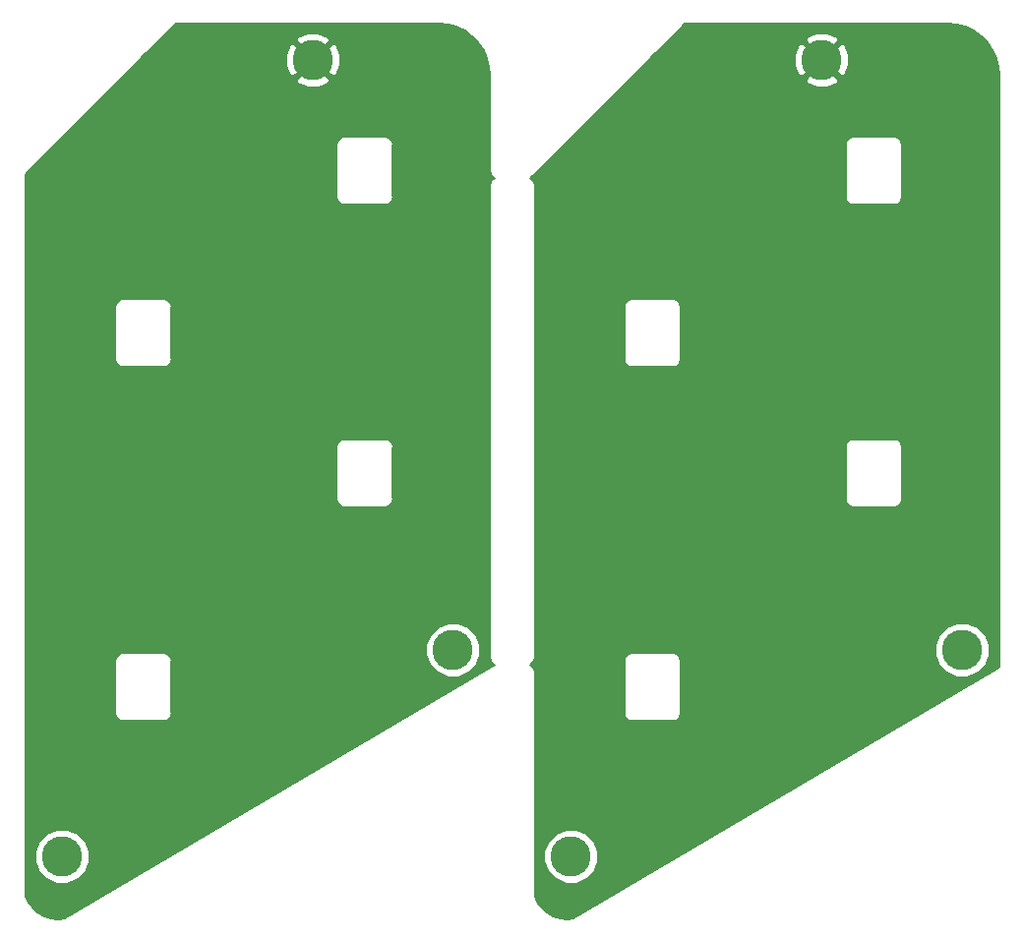
<source format=gtl>
G04 #@! TF.GenerationSoftware,KiCad,Pcbnew,5.0.2-bee76a0~70~ubuntu18.04.1*
G04 #@! TF.CreationDate,2019-07-24T01:50:04+09:00*
G04 #@! TF.ProjectId,shieldR,73686965-6c64-4522-9e6b-696361645f70,rev?*
G04 #@! TF.SameCoordinates,Original*
G04 #@! TF.FileFunction,Copper,L1,Top*
G04 #@! TF.FilePolarity,Positive*
%FSLAX46Y46*%
G04 Gerber Fmt 4.6, Leading zero omitted, Abs format (unit mm)*
G04 Created by KiCad (PCBNEW 5.0.2-bee76a0~70~ubuntu18.04.1) date 2019年07月24日 01時50分04秒*
%MOMM*%
%LPD*%
G01*
G04 APERTURE LIST*
G04 #@! TA.AperFunction,ComponentPad*
%ADD10C,3.470000*%
G04 #@! TD*
G04 #@! TA.AperFunction,ViaPad*
%ADD11C,0.800000*%
G04 #@! TD*
G04 #@! TA.AperFunction,Conductor*
%ADD12C,0.254000*%
G04 #@! TD*
G04 APERTURE END LIST*
D10*
G04 #@! TO.P,J4,1*
G04 #@! TO.N,VCC*
X103505000Y-93345000D03*
G04 #@! TD*
G04 #@! TO.P,J5,1*
G04 #@! TO.N,GND*
X125095000Y-24765000D03*
G04 #@! TD*
G04 #@! TO.P,J3,1*
G04 #@! TO.N,LED*
X137160000Y-75565000D03*
G04 #@! TD*
G04 #@! TO.P,J4,1*
G04 #@! TO.N,VCC*
X59690000Y-93345000D03*
G04 #@! TD*
G04 #@! TO.P,J5,1*
G04 #@! TO.N,GND*
X81280000Y-24765000D03*
G04 #@! TD*
G04 #@! TO.P,J3,1*
G04 #@! TO.N,LED*
X93345000Y-75565000D03*
G04 #@! TD*
D11*
G04 #@! TO.N,GND*
X68580000Y-62230000D03*
X112395000Y-62230000D03*
G04 #@! TD*
D12*
G04 #@! TO.N,GND*
G36*
X136663358Y-21736842D02*
X137412277Y-21941723D01*
X138113072Y-22275986D01*
X138743605Y-22729069D01*
X139283934Y-23286645D01*
X139716989Y-23931099D01*
X140029073Y-24642044D01*
X140211640Y-25402493D01*
X140260000Y-26061031D01*
X140260001Y-77064200D01*
X103657948Y-98624315D01*
X103133456Y-98680318D01*
X102530291Y-98617931D01*
X101953275Y-98431502D01*
X101427632Y-98129179D01*
X100976326Y-97724171D01*
X100618466Y-97233327D01*
X100405000Y-96759777D01*
X100405000Y-92873578D01*
X101135000Y-92873578D01*
X101135000Y-93816422D01*
X101495811Y-94687497D01*
X102162503Y-95354189D01*
X103033578Y-95715000D01*
X103976422Y-95715000D01*
X104847497Y-95354189D01*
X105514189Y-94687497D01*
X105875000Y-93816422D01*
X105875000Y-92873578D01*
X105514189Y-92002503D01*
X104847497Y-91335811D01*
X103976422Y-90975000D01*
X103033578Y-90975000D01*
X102162503Y-91335811D01*
X101495811Y-92002503D01*
X101135000Y-92873578D01*
X100405000Y-92873578D01*
X100405000Y-77539926D01*
X100418909Y-77470000D01*
X100398870Y-77369254D01*
X100363805Y-77192972D01*
X100206881Y-76958119D01*
X100022621Y-76835000D01*
X100206881Y-76711881D01*
X100355137Y-76490000D01*
X108016091Y-76490000D01*
X108030000Y-76559926D01*
X108030001Y-80920069D01*
X108016091Y-80990000D01*
X108071195Y-81267028D01*
X108228119Y-81501881D01*
X108462972Y-81658805D01*
X108670074Y-81700000D01*
X108670075Y-81700000D01*
X108740000Y-81713909D01*
X108809926Y-81700000D01*
X112170075Y-81700000D01*
X112240000Y-81713909D01*
X112517028Y-81658805D01*
X112751881Y-81501881D01*
X112908805Y-81267028D01*
X112950000Y-81059926D01*
X112963909Y-80990000D01*
X112950000Y-80920074D01*
X112950000Y-76559926D01*
X112963909Y-76490000D01*
X112908805Y-76212972D01*
X112751881Y-75978119D01*
X112517028Y-75821195D01*
X112309926Y-75780000D01*
X112309925Y-75780000D01*
X112240000Y-75766091D01*
X112170074Y-75780000D01*
X108809925Y-75780000D01*
X108740000Y-75766091D01*
X108670074Y-75780000D01*
X108462972Y-75821195D01*
X108228119Y-75978119D01*
X108071195Y-76212972D01*
X108016091Y-76490000D01*
X100355137Y-76490000D01*
X100363805Y-76477028D01*
X100418909Y-76200000D01*
X100405000Y-76130074D01*
X100405000Y-75093578D01*
X134790000Y-75093578D01*
X134790000Y-76036422D01*
X135150811Y-76907497D01*
X135817503Y-77574189D01*
X136688578Y-77935000D01*
X137631422Y-77935000D01*
X138502497Y-77574189D01*
X139169189Y-76907497D01*
X139530000Y-76036422D01*
X139530000Y-75093578D01*
X139169189Y-74222503D01*
X138502497Y-73555811D01*
X137631422Y-73195000D01*
X136688578Y-73195000D01*
X135817503Y-73555811D01*
X135150811Y-74222503D01*
X134790000Y-75093578D01*
X100405000Y-75093578D01*
X100405000Y-58075000D01*
X127066091Y-58075000D01*
X127080000Y-58144926D01*
X127080001Y-62505069D01*
X127066091Y-62575000D01*
X127121195Y-62852028D01*
X127278119Y-63086881D01*
X127512972Y-63243805D01*
X127720074Y-63285000D01*
X127720075Y-63285000D01*
X127790000Y-63298909D01*
X127859926Y-63285000D01*
X131220075Y-63285000D01*
X131290000Y-63298909D01*
X131567028Y-63243805D01*
X131801881Y-63086881D01*
X131958805Y-62852028D01*
X132000000Y-62644926D01*
X132013909Y-62575000D01*
X132000000Y-62505074D01*
X132000000Y-58144926D01*
X132013909Y-58075000D01*
X131958805Y-57797972D01*
X131801881Y-57563119D01*
X131567028Y-57406195D01*
X131359926Y-57365000D01*
X131359925Y-57365000D01*
X131290000Y-57351091D01*
X131220074Y-57365000D01*
X127859925Y-57365000D01*
X127790000Y-57351091D01*
X127720074Y-57365000D01*
X127512972Y-57406195D01*
X127278119Y-57563119D01*
X127121195Y-57797972D01*
X127066091Y-58075000D01*
X100405000Y-58075000D01*
X100405000Y-46010000D01*
X108016091Y-46010000D01*
X108030000Y-46079926D01*
X108030001Y-50440069D01*
X108016091Y-50510000D01*
X108071195Y-50787028D01*
X108228119Y-51021881D01*
X108462972Y-51178805D01*
X108670074Y-51220000D01*
X108670075Y-51220000D01*
X108740000Y-51233909D01*
X108809926Y-51220000D01*
X112170075Y-51220000D01*
X112240000Y-51233909D01*
X112517028Y-51178805D01*
X112751881Y-51021881D01*
X112908805Y-50787028D01*
X112950000Y-50579926D01*
X112963909Y-50510000D01*
X112950000Y-50440074D01*
X112950000Y-46079926D01*
X112963909Y-46010000D01*
X112908805Y-45732972D01*
X112751881Y-45498119D01*
X112517028Y-45341195D01*
X112309926Y-45300000D01*
X112309925Y-45300000D01*
X112240000Y-45286091D01*
X112170074Y-45300000D01*
X108809925Y-45300000D01*
X108740000Y-45286091D01*
X108670074Y-45300000D01*
X108462972Y-45341195D01*
X108228119Y-45498119D01*
X108071195Y-45732972D01*
X108016091Y-46010000D01*
X100405000Y-46010000D01*
X100405000Y-35629926D01*
X100418909Y-35560000D01*
X100363805Y-35282972D01*
X100206881Y-35048119D01*
X100022621Y-34925000D01*
X100206881Y-34801881D01*
X100246494Y-34742596D01*
X102949090Y-32040000D01*
X127066091Y-32040000D01*
X127080000Y-32109926D01*
X127080001Y-36470069D01*
X127066091Y-36540000D01*
X127121195Y-36817028D01*
X127278119Y-37051881D01*
X127512972Y-37208805D01*
X127720074Y-37250000D01*
X127720075Y-37250000D01*
X127790000Y-37263909D01*
X127859926Y-37250000D01*
X131220075Y-37250000D01*
X131290000Y-37263909D01*
X131567028Y-37208805D01*
X131801881Y-37051881D01*
X131958805Y-36817028D01*
X132000000Y-36609926D01*
X132013909Y-36540000D01*
X132000000Y-36470074D01*
X132000000Y-32109926D01*
X132013909Y-32040000D01*
X131958805Y-31762972D01*
X131801881Y-31528119D01*
X131567028Y-31371195D01*
X131359926Y-31330000D01*
X131359925Y-31330000D01*
X131290000Y-31316091D01*
X131220074Y-31330000D01*
X127859925Y-31330000D01*
X127790000Y-31316091D01*
X127720074Y-31330000D01*
X127512972Y-31371195D01*
X127278119Y-31528119D01*
X127121195Y-31762972D01*
X127066091Y-32040000D01*
X102949090Y-32040000D01*
X108540394Y-26448696D01*
X123590909Y-26448696D01*
X123779366Y-26791881D01*
X124655166Y-27141065D01*
X125597927Y-27128514D01*
X126410634Y-26791881D01*
X126599091Y-26448696D01*
X125095000Y-24944605D01*
X123590909Y-26448696D01*
X108540394Y-26448696D01*
X110663925Y-24325166D01*
X122718935Y-24325166D01*
X122731486Y-25267927D01*
X123068119Y-26080634D01*
X123411304Y-26269091D01*
X124915395Y-24765000D01*
X125274605Y-24765000D01*
X126778696Y-26269091D01*
X127121881Y-26080634D01*
X127471065Y-25204834D01*
X127458514Y-24262073D01*
X127121881Y-23449366D01*
X126778696Y-23260909D01*
X125274605Y-24765000D01*
X124915395Y-24765000D01*
X123411304Y-23260909D01*
X123068119Y-23449366D01*
X122718935Y-24325166D01*
X110663925Y-24325166D01*
X111907787Y-23081304D01*
X123590909Y-23081304D01*
X125095000Y-24585395D01*
X126599091Y-23081304D01*
X126410634Y-22738119D01*
X125534834Y-22388935D01*
X124592073Y-22401486D01*
X123779366Y-22738119D01*
X123590909Y-23081304D01*
X111907787Y-23081304D01*
X113324092Y-21665000D01*
X135858382Y-21665000D01*
X136663358Y-21736842D01*
X136663358Y-21736842D01*
G37*
X136663358Y-21736842D02*
X137412277Y-21941723D01*
X138113072Y-22275986D01*
X138743605Y-22729069D01*
X139283934Y-23286645D01*
X139716989Y-23931099D01*
X140029073Y-24642044D01*
X140211640Y-25402493D01*
X140260000Y-26061031D01*
X140260001Y-77064200D01*
X103657948Y-98624315D01*
X103133456Y-98680318D01*
X102530291Y-98617931D01*
X101953275Y-98431502D01*
X101427632Y-98129179D01*
X100976326Y-97724171D01*
X100618466Y-97233327D01*
X100405000Y-96759777D01*
X100405000Y-92873578D01*
X101135000Y-92873578D01*
X101135000Y-93816422D01*
X101495811Y-94687497D01*
X102162503Y-95354189D01*
X103033578Y-95715000D01*
X103976422Y-95715000D01*
X104847497Y-95354189D01*
X105514189Y-94687497D01*
X105875000Y-93816422D01*
X105875000Y-92873578D01*
X105514189Y-92002503D01*
X104847497Y-91335811D01*
X103976422Y-90975000D01*
X103033578Y-90975000D01*
X102162503Y-91335811D01*
X101495811Y-92002503D01*
X101135000Y-92873578D01*
X100405000Y-92873578D01*
X100405000Y-77539926D01*
X100418909Y-77470000D01*
X100398870Y-77369254D01*
X100363805Y-77192972D01*
X100206881Y-76958119D01*
X100022621Y-76835000D01*
X100206881Y-76711881D01*
X100355137Y-76490000D01*
X108016091Y-76490000D01*
X108030000Y-76559926D01*
X108030001Y-80920069D01*
X108016091Y-80990000D01*
X108071195Y-81267028D01*
X108228119Y-81501881D01*
X108462972Y-81658805D01*
X108670074Y-81700000D01*
X108670075Y-81700000D01*
X108740000Y-81713909D01*
X108809926Y-81700000D01*
X112170075Y-81700000D01*
X112240000Y-81713909D01*
X112517028Y-81658805D01*
X112751881Y-81501881D01*
X112908805Y-81267028D01*
X112950000Y-81059926D01*
X112963909Y-80990000D01*
X112950000Y-80920074D01*
X112950000Y-76559926D01*
X112963909Y-76490000D01*
X112908805Y-76212972D01*
X112751881Y-75978119D01*
X112517028Y-75821195D01*
X112309926Y-75780000D01*
X112309925Y-75780000D01*
X112240000Y-75766091D01*
X112170074Y-75780000D01*
X108809925Y-75780000D01*
X108740000Y-75766091D01*
X108670074Y-75780000D01*
X108462972Y-75821195D01*
X108228119Y-75978119D01*
X108071195Y-76212972D01*
X108016091Y-76490000D01*
X100355137Y-76490000D01*
X100363805Y-76477028D01*
X100418909Y-76200000D01*
X100405000Y-76130074D01*
X100405000Y-75093578D01*
X134790000Y-75093578D01*
X134790000Y-76036422D01*
X135150811Y-76907497D01*
X135817503Y-77574189D01*
X136688578Y-77935000D01*
X137631422Y-77935000D01*
X138502497Y-77574189D01*
X139169189Y-76907497D01*
X139530000Y-76036422D01*
X139530000Y-75093578D01*
X139169189Y-74222503D01*
X138502497Y-73555811D01*
X137631422Y-73195000D01*
X136688578Y-73195000D01*
X135817503Y-73555811D01*
X135150811Y-74222503D01*
X134790000Y-75093578D01*
X100405000Y-75093578D01*
X100405000Y-58075000D01*
X127066091Y-58075000D01*
X127080000Y-58144926D01*
X127080001Y-62505069D01*
X127066091Y-62575000D01*
X127121195Y-62852028D01*
X127278119Y-63086881D01*
X127512972Y-63243805D01*
X127720074Y-63285000D01*
X127720075Y-63285000D01*
X127790000Y-63298909D01*
X127859926Y-63285000D01*
X131220075Y-63285000D01*
X131290000Y-63298909D01*
X131567028Y-63243805D01*
X131801881Y-63086881D01*
X131958805Y-62852028D01*
X132000000Y-62644926D01*
X132013909Y-62575000D01*
X132000000Y-62505074D01*
X132000000Y-58144926D01*
X132013909Y-58075000D01*
X131958805Y-57797972D01*
X131801881Y-57563119D01*
X131567028Y-57406195D01*
X131359926Y-57365000D01*
X131359925Y-57365000D01*
X131290000Y-57351091D01*
X131220074Y-57365000D01*
X127859925Y-57365000D01*
X127790000Y-57351091D01*
X127720074Y-57365000D01*
X127512972Y-57406195D01*
X127278119Y-57563119D01*
X127121195Y-57797972D01*
X127066091Y-58075000D01*
X100405000Y-58075000D01*
X100405000Y-46010000D01*
X108016091Y-46010000D01*
X108030000Y-46079926D01*
X108030001Y-50440069D01*
X108016091Y-50510000D01*
X108071195Y-50787028D01*
X108228119Y-51021881D01*
X108462972Y-51178805D01*
X108670074Y-51220000D01*
X108670075Y-51220000D01*
X108740000Y-51233909D01*
X108809926Y-51220000D01*
X112170075Y-51220000D01*
X112240000Y-51233909D01*
X112517028Y-51178805D01*
X112751881Y-51021881D01*
X112908805Y-50787028D01*
X112950000Y-50579926D01*
X112963909Y-50510000D01*
X112950000Y-50440074D01*
X112950000Y-46079926D01*
X112963909Y-46010000D01*
X112908805Y-45732972D01*
X112751881Y-45498119D01*
X112517028Y-45341195D01*
X112309926Y-45300000D01*
X112309925Y-45300000D01*
X112240000Y-45286091D01*
X112170074Y-45300000D01*
X108809925Y-45300000D01*
X108740000Y-45286091D01*
X108670074Y-45300000D01*
X108462972Y-45341195D01*
X108228119Y-45498119D01*
X108071195Y-45732972D01*
X108016091Y-46010000D01*
X100405000Y-46010000D01*
X100405000Y-35629926D01*
X100418909Y-35560000D01*
X100363805Y-35282972D01*
X100206881Y-35048119D01*
X100022621Y-34925000D01*
X100206881Y-34801881D01*
X100246494Y-34742596D01*
X102949090Y-32040000D01*
X127066091Y-32040000D01*
X127080000Y-32109926D01*
X127080001Y-36470069D01*
X127066091Y-36540000D01*
X127121195Y-36817028D01*
X127278119Y-37051881D01*
X127512972Y-37208805D01*
X127720074Y-37250000D01*
X127720075Y-37250000D01*
X127790000Y-37263909D01*
X127859926Y-37250000D01*
X131220075Y-37250000D01*
X131290000Y-37263909D01*
X131567028Y-37208805D01*
X131801881Y-37051881D01*
X131958805Y-36817028D01*
X132000000Y-36609926D01*
X132013909Y-36540000D01*
X132000000Y-36470074D01*
X132000000Y-32109926D01*
X132013909Y-32040000D01*
X131958805Y-31762972D01*
X131801881Y-31528119D01*
X131567028Y-31371195D01*
X131359926Y-31330000D01*
X131359925Y-31330000D01*
X131290000Y-31316091D01*
X131220074Y-31330000D01*
X127859925Y-31330000D01*
X127790000Y-31316091D01*
X127720074Y-31330000D01*
X127512972Y-31371195D01*
X127278119Y-31528119D01*
X127121195Y-31762972D01*
X127066091Y-32040000D01*
X102949090Y-32040000D01*
X108540394Y-26448696D01*
X123590909Y-26448696D01*
X123779366Y-26791881D01*
X124655166Y-27141065D01*
X125597927Y-27128514D01*
X126410634Y-26791881D01*
X126599091Y-26448696D01*
X125095000Y-24944605D01*
X123590909Y-26448696D01*
X108540394Y-26448696D01*
X110663925Y-24325166D01*
X122718935Y-24325166D01*
X122731486Y-25267927D01*
X123068119Y-26080634D01*
X123411304Y-26269091D01*
X124915395Y-24765000D01*
X125274605Y-24765000D01*
X126778696Y-26269091D01*
X127121881Y-26080634D01*
X127471065Y-25204834D01*
X127458514Y-24262073D01*
X127121881Y-23449366D01*
X126778696Y-23260909D01*
X125274605Y-24765000D01*
X124915395Y-24765000D01*
X123411304Y-23260909D01*
X123068119Y-23449366D01*
X122718935Y-24325166D01*
X110663925Y-24325166D01*
X111907787Y-23081304D01*
X123590909Y-23081304D01*
X125095000Y-24585395D01*
X126599091Y-23081304D01*
X126410634Y-22738119D01*
X125534834Y-22388935D01*
X124592073Y-22401486D01*
X123779366Y-22738119D01*
X123590909Y-23081304D01*
X111907787Y-23081304D01*
X113324092Y-21665000D01*
X135858382Y-21665000D01*
X136663358Y-21736842D01*
G36*
X92848358Y-21736842D02*
X93597277Y-21941723D01*
X94298072Y-22275986D01*
X94928605Y-22729069D01*
X95468934Y-23286645D01*
X95901989Y-23931099D01*
X96214073Y-24642044D01*
X96396640Y-25402493D01*
X96445000Y-26061031D01*
X96445001Y-34220069D01*
X96431091Y-34290000D01*
X96486195Y-34567028D01*
X96643119Y-34801881D01*
X96827379Y-34925000D01*
X96643119Y-35048119D01*
X96486195Y-35282972D01*
X96431091Y-35560000D01*
X96445000Y-35629926D01*
X96445001Y-76130069D01*
X96431091Y-76200000D01*
X96486195Y-76477028D01*
X96643119Y-76711881D01*
X96827379Y-76835000D01*
X96777292Y-76868467D01*
X59842948Y-98624315D01*
X59318456Y-98680318D01*
X58715291Y-98617931D01*
X58138275Y-98431502D01*
X57612632Y-98129179D01*
X57161326Y-97724171D01*
X56803466Y-97233327D01*
X56590000Y-96759777D01*
X56590000Y-92873578D01*
X57320000Y-92873578D01*
X57320000Y-93816422D01*
X57680811Y-94687497D01*
X58347503Y-95354189D01*
X59218578Y-95715000D01*
X60161422Y-95715000D01*
X61032497Y-95354189D01*
X61699189Y-94687497D01*
X62060000Y-93816422D01*
X62060000Y-92873578D01*
X61699189Y-92002503D01*
X61032497Y-91335811D01*
X60161422Y-90975000D01*
X59218578Y-90975000D01*
X58347503Y-91335811D01*
X57680811Y-92002503D01*
X57320000Y-92873578D01*
X56590000Y-92873578D01*
X56590000Y-76490000D01*
X64201091Y-76490000D01*
X64215000Y-76559926D01*
X64215001Y-80920069D01*
X64201091Y-80990000D01*
X64256195Y-81267028D01*
X64413119Y-81501881D01*
X64647972Y-81658805D01*
X64855074Y-81700000D01*
X64855075Y-81700000D01*
X64925000Y-81713909D01*
X64994926Y-81700000D01*
X68355075Y-81700000D01*
X68425000Y-81713909D01*
X68702028Y-81658805D01*
X68936881Y-81501881D01*
X69093805Y-81267028D01*
X69135000Y-81059926D01*
X69148909Y-80990000D01*
X69135000Y-80920074D01*
X69135000Y-76559926D01*
X69148909Y-76490000D01*
X69093805Y-76212972D01*
X68936881Y-75978119D01*
X68702028Y-75821195D01*
X68494926Y-75780000D01*
X68494925Y-75780000D01*
X68425000Y-75766091D01*
X68355074Y-75780000D01*
X64994925Y-75780000D01*
X64925000Y-75766091D01*
X64855074Y-75780000D01*
X64647972Y-75821195D01*
X64413119Y-75978119D01*
X64256195Y-76212972D01*
X64201091Y-76490000D01*
X56590000Y-76490000D01*
X56590000Y-75093578D01*
X90975000Y-75093578D01*
X90975000Y-76036422D01*
X91335811Y-76907497D01*
X92002503Y-77574189D01*
X92873578Y-77935000D01*
X93816422Y-77935000D01*
X94687497Y-77574189D01*
X95354189Y-76907497D01*
X95715000Y-76036422D01*
X95715000Y-75093578D01*
X95354189Y-74222503D01*
X94687497Y-73555811D01*
X93816422Y-73195000D01*
X92873578Y-73195000D01*
X92002503Y-73555811D01*
X91335811Y-74222503D01*
X90975000Y-75093578D01*
X56590000Y-75093578D01*
X56590000Y-58075000D01*
X83251091Y-58075000D01*
X83265000Y-58144926D01*
X83265001Y-62505069D01*
X83251091Y-62575000D01*
X83306195Y-62852028D01*
X83463119Y-63086881D01*
X83697972Y-63243805D01*
X83905074Y-63285000D01*
X83905075Y-63285000D01*
X83975000Y-63298909D01*
X84044926Y-63285000D01*
X87405075Y-63285000D01*
X87475000Y-63298909D01*
X87752028Y-63243805D01*
X87986881Y-63086881D01*
X88143805Y-62852028D01*
X88185000Y-62644926D01*
X88198909Y-62575000D01*
X88185000Y-62505074D01*
X88185000Y-58144926D01*
X88198909Y-58075000D01*
X88143805Y-57797972D01*
X87986881Y-57563119D01*
X87752028Y-57406195D01*
X87544926Y-57365000D01*
X87544925Y-57365000D01*
X87475000Y-57351091D01*
X87405074Y-57365000D01*
X84044925Y-57365000D01*
X83975000Y-57351091D01*
X83905074Y-57365000D01*
X83697972Y-57406195D01*
X83463119Y-57563119D01*
X83306195Y-57797972D01*
X83251091Y-58075000D01*
X56590000Y-58075000D01*
X56590000Y-46010000D01*
X64201091Y-46010000D01*
X64215000Y-46079926D01*
X64215001Y-50440069D01*
X64201091Y-50510000D01*
X64256195Y-50787028D01*
X64413119Y-51021881D01*
X64647972Y-51178805D01*
X64855074Y-51220000D01*
X64855075Y-51220000D01*
X64925000Y-51233909D01*
X64994926Y-51220000D01*
X68355075Y-51220000D01*
X68425000Y-51233909D01*
X68702028Y-51178805D01*
X68936881Y-51021881D01*
X69093805Y-50787028D01*
X69135000Y-50579926D01*
X69148909Y-50510000D01*
X69135000Y-50440074D01*
X69135000Y-46079926D01*
X69148909Y-46010000D01*
X69093805Y-45732972D01*
X68936881Y-45498119D01*
X68702028Y-45341195D01*
X68494926Y-45300000D01*
X68494925Y-45300000D01*
X68425000Y-45286091D01*
X68355074Y-45300000D01*
X64994925Y-45300000D01*
X64925000Y-45286091D01*
X64855074Y-45300000D01*
X64647972Y-45341195D01*
X64413119Y-45498119D01*
X64256195Y-45732972D01*
X64201091Y-46010000D01*
X56590000Y-46010000D01*
X56590000Y-34584090D01*
X59134090Y-32040000D01*
X83251091Y-32040000D01*
X83265000Y-32109926D01*
X83265001Y-36470069D01*
X83251091Y-36540000D01*
X83306195Y-36817028D01*
X83463119Y-37051881D01*
X83697972Y-37208805D01*
X83905074Y-37250000D01*
X83905075Y-37250000D01*
X83975000Y-37263909D01*
X84044926Y-37250000D01*
X87405075Y-37250000D01*
X87475000Y-37263909D01*
X87752028Y-37208805D01*
X87986881Y-37051881D01*
X88143805Y-36817028D01*
X88185000Y-36609926D01*
X88198909Y-36540000D01*
X88185000Y-36470074D01*
X88185000Y-32109926D01*
X88198909Y-32040000D01*
X88143805Y-31762972D01*
X87986881Y-31528119D01*
X87752028Y-31371195D01*
X87544926Y-31330000D01*
X87544925Y-31330000D01*
X87475000Y-31316091D01*
X87405074Y-31330000D01*
X84044925Y-31330000D01*
X83975000Y-31316091D01*
X83905074Y-31330000D01*
X83697972Y-31371195D01*
X83463119Y-31528119D01*
X83306195Y-31762972D01*
X83251091Y-32040000D01*
X59134090Y-32040000D01*
X64725394Y-26448696D01*
X79775909Y-26448696D01*
X79964366Y-26791881D01*
X80840166Y-27141065D01*
X81782927Y-27128514D01*
X82595634Y-26791881D01*
X82784091Y-26448696D01*
X81280000Y-24944605D01*
X79775909Y-26448696D01*
X64725394Y-26448696D01*
X66848925Y-24325166D01*
X78903935Y-24325166D01*
X78916486Y-25267927D01*
X79253119Y-26080634D01*
X79596304Y-26269091D01*
X81100395Y-24765000D01*
X81459605Y-24765000D01*
X82963696Y-26269091D01*
X83306881Y-26080634D01*
X83656065Y-25204834D01*
X83643514Y-24262073D01*
X83306881Y-23449366D01*
X82963696Y-23260909D01*
X81459605Y-24765000D01*
X81100395Y-24765000D01*
X79596304Y-23260909D01*
X79253119Y-23449366D01*
X78903935Y-24325166D01*
X66848925Y-24325166D01*
X68092787Y-23081304D01*
X79775909Y-23081304D01*
X81280000Y-24585395D01*
X82784091Y-23081304D01*
X82595634Y-22738119D01*
X81719834Y-22388935D01*
X80777073Y-22401486D01*
X79964366Y-22738119D01*
X79775909Y-23081304D01*
X68092787Y-23081304D01*
X69509092Y-21665000D01*
X92043382Y-21665000D01*
X92848358Y-21736842D01*
X92848358Y-21736842D01*
G37*
X92848358Y-21736842D02*
X93597277Y-21941723D01*
X94298072Y-22275986D01*
X94928605Y-22729069D01*
X95468934Y-23286645D01*
X95901989Y-23931099D01*
X96214073Y-24642044D01*
X96396640Y-25402493D01*
X96445000Y-26061031D01*
X96445001Y-34220069D01*
X96431091Y-34290000D01*
X96486195Y-34567028D01*
X96643119Y-34801881D01*
X96827379Y-34925000D01*
X96643119Y-35048119D01*
X96486195Y-35282972D01*
X96431091Y-35560000D01*
X96445000Y-35629926D01*
X96445001Y-76130069D01*
X96431091Y-76200000D01*
X96486195Y-76477028D01*
X96643119Y-76711881D01*
X96827379Y-76835000D01*
X96777292Y-76868467D01*
X59842948Y-98624315D01*
X59318456Y-98680318D01*
X58715291Y-98617931D01*
X58138275Y-98431502D01*
X57612632Y-98129179D01*
X57161326Y-97724171D01*
X56803466Y-97233327D01*
X56590000Y-96759777D01*
X56590000Y-92873578D01*
X57320000Y-92873578D01*
X57320000Y-93816422D01*
X57680811Y-94687497D01*
X58347503Y-95354189D01*
X59218578Y-95715000D01*
X60161422Y-95715000D01*
X61032497Y-95354189D01*
X61699189Y-94687497D01*
X62060000Y-93816422D01*
X62060000Y-92873578D01*
X61699189Y-92002503D01*
X61032497Y-91335811D01*
X60161422Y-90975000D01*
X59218578Y-90975000D01*
X58347503Y-91335811D01*
X57680811Y-92002503D01*
X57320000Y-92873578D01*
X56590000Y-92873578D01*
X56590000Y-76490000D01*
X64201091Y-76490000D01*
X64215000Y-76559926D01*
X64215001Y-80920069D01*
X64201091Y-80990000D01*
X64256195Y-81267028D01*
X64413119Y-81501881D01*
X64647972Y-81658805D01*
X64855074Y-81700000D01*
X64855075Y-81700000D01*
X64925000Y-81713909D01*
X64994926Y-81700000D01*
X68355075Y-81700000D01*
X68425000Y-81713909D01*
X68702028Y-81658805D01*
X68936881Y-81501881D01*
X69093805Y-81267028D01*
X69135000Y-81059926D01*
X69148909Y-80990000D01*
X69135000Y-80920074D01*
X69135000Y-76559926D01*
X69148909Y-76490000D01*
X69093805Y-76212972D01*
X68936881Y-75978119D01*
X68702028Y-75821195D01*
X68494926Y-75780000D01*
X68494925Y-75780000D01*
X68425000Y-75766091D01*
X68355074Y-75780000D01*
X64994925Y-75780000D01*
X64925000Y-75766091D01*
X64855074Y-75780000D01*
X64647972Y-75821195D01*
X64413119Y-75978119D01*
X64256195Y-76212972D01*
X64201091Y-76490000D01*
X56590000Y-76490000D01*
X56590000Y-75093578D01*
X90975000Y-75093578D01*
X90975000Y-76036422D01*
X91335811Y-76907497D01*
X92002503Y-77574189D01*
X92873578Y-77935000D01*
X93816422Y-77935000D01*
X94687497Y-77574189D01*
X95354189Y-76907497D01*
X95715000Y-76036422D01*
X95715000Y-75093578D01*
X95354189Y-74222503D01*
X94687497Y-73555811D01*
X93816422Y-73195000D01*
X92873578Y-73195000D01*
X92002503Y-73555811D01*
X91335811Y-74222503D01*
X90975000Y-75093578D01*
X56590000Y-75093578D01*
X56590000Y-58075000D01*
X83251091Y-58075000D01*
X83265000Y-58144926D01*
X83265001Y-62505069D01*
X83251091Y-62575000D01*
X83306195Y-62852028D01*
X83463119Y-63086881D01*
X83697972Y-63243805D01*
X83905074Y-63285000D01*
X83905075Y-63285000D01*
X83975000Y-63298909D01*
X84044926Y-63285000D01*
X87405075Y-63285000D01*
X87475000Y-63298909D01*
X87752028Y-63243805D01*
X87986881Y-63086881D01*
X88143805Y-62852028D01*
X88185000Y-62644926D01*
X88198909Y-62575000D01*
X88185000Y-62505074D01*
X88185000Y-58144926D01*
X88198909Y-58075000D01*
X88143805Y-57797972D01*
X87986881Y-57563119D01*
X87752028Y-57406195D01*
X87544926Y-57365000D01*
X87544925Y-57365000D01*
X87475000Y-57351091D01*
X87405074Y-57365000D01*
X84044925Y-57365000D01*
X83975000Y-57351091D01*
X83905074Y-57365000D01*
X83697972Y-57406195D01*
X83463119Y-57563119D01*
X83306195Y-57797972D01*
X83251091Y-58075000D01*
X56590000Y-58075000D01*
X56590000Y-46010000D01*
X64201091Y-46010000D01*
X64215000Y-46079926D01*
X64215001Y-50440069D01*
X64201091Y-50510000D01*
X64256195Y-50787028D01*
X64413119Y-51021881D01*
X64647972Y-51178805D01*
X64855074Y-51220000D01*
X64855075Y-51220000D01*
X64925000Y-51233909D01*
X64994926Y-51220000D01*
X68355075Y-51220000D01*
X68425000Y-51233909D01*
X68702028Y-51178805D01*
X68936881Y-51021881D01*
X69093805Y-50787028D01*
X69135000Y-50579926D01*
X69148909Y-50510000D01*
X69135000Y-50440074D01*
X69135000Y-46079926D01*
X69148909Y-46010000D01*
X69093805Y-45732972D01*
X68936881Y-45498119D01*
X68702028Y-45341195D01*
X68494926Y-45300000D01*
X68494925Y-45300000D01*
X68425000Y-45286091D01*
X68355074Y-45300000D01*
X64994925Y-45300000D01*
X64925000Y-45286091D01*
X64855074Y-45300000D01*
X64647972Y-45341195D01*
X64413119Y-45498119D01*
X64256195Y-45732972D01*
X64201091Y-46010000D01*
X56590000Y-46010000D01*
X56590000Y-34584090D01*
X59134090Y-32040000D01*
X83251091Y-32040000D01*
X83265000Y-32109926D01*
X83265001Y-36470069D01*
X83251091Y-36540000D01*
X83306195Y-36817028D01*
X83463119Y-37051881D01*
X83697972Y-37208805D01*
X83905074Y-37250000D01*
X83905075Y-37250000D01*
X83975000Y-37263909D01*
X84044926Y-37250000D01*
X87405075Y-37250000D01*
X87475000Y-37263909D01*
X87752028Y-37208805D01*
X87986881Y-37051881D01*
X88143805Y-36817028D01*
X88185000Y-36609926D01*
X88198909Y-36540000D01*
X88185000Y-36470074D01*
X88185000Y-32109926D01*
X88198909Y-32040000D01*
X88143805Y-31762972D01*
X87986881Y-31528119D01*
X87752028Y-31371195D01*
X87544926Y-31330000D01*
X87544925Y-31330000D01*
X87475000Y-31316091D01*
X87405074Y-31330000D01*
X84044925Y-31330000D01*
X83975000Y-31316091D01*
X83905074Y-31330000D01*
X83697972Y-31371195D01*
X83463119Y-31528119D01*
X83306195Y-31762972D01*
X83251091Y-32040000D01*
X59134090Y-32040000D01*
X64725394Y-26448696D01*
X79775909Y-26448696D01*
X79964366Y-26791881D01*
X80840166Y-27141065D01*
X81782927Y-27128514D01*
X82595634Y-26791881D01*
X82784091Y-26448696D01*
X81280000Y-24944605D01*
X79775909Y-26448696D01*
X64725394Y-26448696D01*
X66848925Y-24325166D01*
X78903935Y-24325166D01*
X78916486Y-25267927D01*
X79253119Y-26080634D01*
X79596304Y-26269091D01*
X81100395Y-24765000D01*
X81459605Y-24765000D01*
X82963696Y-26269091D01*
X83306881Y-26080634D01*
X83656065Y-25204834D01*
X83643514Y-24262073D01*
X83306881Y-23449366D01*
X82963696Y-23260909D01*
X81459605Y-24765000D01*
X81100395Y-24765000D01*
X79596304Y-23260909D01*
X79253119Y-23449366D01*
X78903935Y-24325166D01*
X66848925Y-24325166D01*
X68092787Y-23081304D01*
X79775909Y-23081304D01*
X81280000Y-24585395D01*
X82784091Y-23081304D01*
X82595634Y-22738119D01*
X81719834Y-22388935D01*
X80777073Y-22401486D01*
X79964366Y-22738119D01*
X79775909Y-23081304D01*
X68092787Y-23081304D01*
X69509092Y-21665000D01*
X92043382Y-21665000D01*
X92848358Y-21736842D01*
G04 #@! TD*
M02*

</source>
